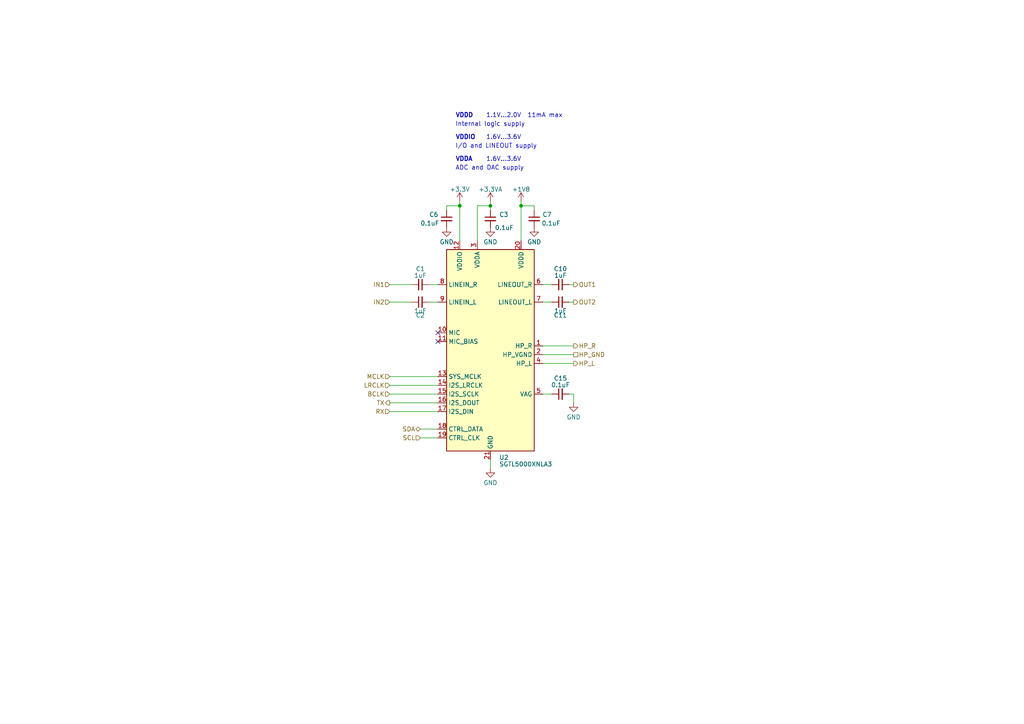
<source format=kicad_sch>
(kicad_sch (version 20231120) (generator "eeschema") (generator_version "8.0")
  (paper "A4")
  (title_block (title "Codec 1"))
  (lib_symbols
    (symbol "Audio:SGTL5000XNLA3"
      (property "Reference" "U3" (at 2.54 -34.909 0))
      (property "Value" "SGTL5000XNLA3" (at 2.54 -36.83 0))
      (symbol "SGTL5000XNLA3_0_1"
        (rectangle (start -12.7 25.4) (end 12.7 -33.02) (stroke (width 0.254)) (fill (type background)))
      )
      (symbol "SGTL5000XNLA3_1_1"
        (pin output line (at 15.24 -2.54 180) (length 2.54) (name "HP_R") (number "1"))
        (pin input line (at -15.24 1.27 0) (length 2.54) (name "MIC") (number "10"))
        (pin input line (at -15.24 -1.27 0) (length 2.54) (name "MIC_BIAS") (number "11"))
        (pin power_in line (at -8.89 27.94 270) (length 2.54) (name "VDDIO") (number "12"))
        (pin input line (at -15.24 -11.43 0) (length 2.54) (name "SYS_MCLK") (number "13"))
        (pin input line (at -15.24 -13.97 0) (length 2.54) (name "I2S_LRCLK") (number "14"))
        (pin input line (at -15.24 -16.51 0) (length 2.54) (name "I2S_SCLK") (number "15"))
        (pin output line (at -15.24 -19.05 0) (length 2.54) (name "I2S_DOUT") (number "16"))
        (pin input line (at -15.24 -21.59 0) (length 2.54) (name "I2S_DIN") (number "17"))
        (pin input line (at -15.24 -26.67 0) (length 2.54) (name "CTRL_DATA") (number "18"))
        (pin input line (at -15.24 -29.21 0) (length 2.54) (name "CTRL_CLK") (number "19"))
        (pin power_out line (at 15.24 -5.08 180) (length 2.54) (name "HP_VGND") (number "2"))
        (pin power_in line (at 8.89 27.94 270) (length 2.54) (name "VDDD") (number "20"))
        (pin power_in line (at 0 -35.56 90) (length 2.54) (name "GND") (number "21"))
        (pin power_in line (at -3.81 27.94 270) (length 2.54) (name "VDDA") (number "3"))
        (pin output line (at 15.24 -7.62 180) (length 2.54) (name "HP_L") (number "4"))
        (pin passive line (at 15.24 -16.51 180) (length 2.54) (name "VAG") (number "5"))
        (pin output line (at 15.24 15.24 180) (length 2.54) (name "LINEOUT_R") (number "6"))
        (pin output line (at 15.24 10.16 180) (length 2.54) (name "LINEOUT_L") (number "7"))
        (pin input line (at -15.24 15.24 0) (length 2.54) (name "LINEIN_R") (number "8"))
        (pin input line (at -15.24 10.16 0) (length 2.54) (name "LINEIN_L") (number "9"))
      )
    )
    (symbol "Device:C_Small" (pin_numbers hide) (pin_names (offset 0.254) hide)
      (property "Reference" "C" (at 0.254 1.778 0))
      (property "Value" "C_Small" (at 0.254 -2.032 0))
      (symbol "C_Small_0_1"
        (polyline (pts (xy -1.524 -0.508) (xy 1.524 -0.508)) (stroke (width 0.3302)))
        (polyline (pts (xy -1.524 0.508) (xy 1.524 0.508)) (stroke (width 0.3048)))
      )
      (symbol "C_Small_1_1"
        (pin passive line (at 0 2.54 270) (length 2.032) (name "~") (number "1"))
        (pin passive line (at 0 -2.54 90) (length 2.032) (name "~") (number "2"))
      )
    )
    (symbol "power:+1V8" (power) (pin_names (offset 0))
      (property "Value" "+1V8" (at 0 3.556 0))
      (symbol "+1V8_0_1"
        (polyline (pts (xy -0.762 1.27) (xy 0 2.54)))
        (polyline (pts (xy 0 0) (xy 0 2.54)))
        (polyline (pts (xy 0 2.54) (xy 0.762 1.27)))
      )
      (symbol "+1V8_1_1"
        (pin power_in line (at 0 0 90) (length 0) hide (name "+1V8") (number "1"))
      )
    )
    (symbol "power:+3.3V" (power) (pin_names (offset 0))
      (property "Value" "+3.3V" (at 0 3.556 0))
      (symbol "+3.3V_0_1"
        (polyline (pts (xy -0.762 1.27) (xy 0 2.54)))
        (polyline (pts (xy 0 0) (xy 0 2.54)))
        (polyline (pts (xy 0 2.54) (xy 0.762 1.27)))
      )
      (symbol "+3.3V_1_1"
        (pin power_in line (at 0 0 90) (length 0) hide (name "+3.3V") (number "1"))
      )
    )
    (symbol "power:+3.3VA" (power) (pin_names (offset 0))
      (property "Value" "+3.3VA" (at 0 3.556 0))
      (symbol "+3.3VA_0_1"
        (polyline (pts (xy -0.762 1.27) (xy 0 2.54)))
        (polyline (pts (xy 0 0) (xy 0 2.54)))
        (polyline (pts (xy 0 2.54) (xy 0.762 1.27)))
      )
      (symbol "+3.3VA_1_1"
        (pin power_in line (at 0 0 90) (length 0) hide (name "+3.3VA") (number "1"))
      )
    )
    (symbol "power:GND" (power) (pin_names (offset 0))
      (property "Value" "GND" (at 0 -3.81 0))
      (symbol "GND_0_1"
        (polyline (pts (xy 0 0) (xy 0 -1.27) (xy 1.27 -1.27) (xy 0 -2.54) (xy -1.27 -1.27) (xy 0 -1.27)))
      )
      (symbol "GND_1_1"
        (pin power_in line (at 0 0 270) (length 0) hide (name "GND") (number "1"))
      )
    )
  )
  (junction (at 133.35 59.69))
  (junction (at 151.13 59.69))
  (junction (at 142.24 59.69))
  (no_connect (at 127 96.52))
  (no_connect (at 127 99.06))
  (wire (pts (xy 157.48 82.55) (xy 160.02 82.55)))
  (wire (pts (xy 113.03 114.3) (xy 127 114.3)))
  (wire (pts (xy 165.1 87.63) (xy 166.37 87.63)))
  (wire (pts (xy 157.48 100.33) (xy 166.37 100.33)))
  (wire (pts (xy 133.35 58.42) (xy 133.35 59.69)))
  (wire (pts (xy 129.54 59.69) (xy 129.54 60.96)))
  (wire (pts (xy 113.03 111.76) (xy 127 111.76)))
  (wire (pts (xy 165.1 82.55) (xy 166.37 82.55)))
  (wire (pts (xy 124.46 87.63) (xy 127 87.63)))
  (wire (pts (xy 121.92 127) (xy 127 127)))
  (wire (pts (xy 142.24 59.69) (xy 138.43 59.69)))
  (wire (pts (xy 113.03 109.22) (xy 127 109.22)))
  (wire (pts (xy 133.35 59.69) (xy 129.54 59.69)))
  (wire (pts (xy 142.24 59.69) (xy 142.24 60.96)))
  (wire (pts (xy 151.13 58.42) (xy 151.13 59.69)))
  (wire (pts (xy 113.03 87.63) (xy 119.38 87.63)))
  (wire (pts (xy 113.03 82.55) (xy 119.38 82.55)))
  (wire (pts (xy 133.35 69.85) (xy 133.35 59.69)))
  (wire (pts (xy 113.03 116.84) (xy 127 116.84)))
  (wire (pts (xy 142.24 133.35) (xy 142.24 135.89)))
  (wire (pts (xy 113.03 119.38) (xy 127 119.38)))
  (wire (pts (xy 121.92 124.46) (xy 127 124.46)))
  (wire (pts (xy 151.13 59.69) (xy 151.13 69.85)))
  (wire (pts (xy 157.48 105.41) (xy 166.37 105.41)))
  (wire (pts (xy 138.43 59.69) (xy 138.43 69.85)))
  (wire (pts (xy 157.48 102.87) (xy 166.37 102.87)))
  (wire (pts (xy 142.24 58.42) (xy 142.24 59.69)))
  (wire (pts (xy 154.94 60.96) (xy 154.94 59.69)))
  (wire (pts (xy 166.37 114.3) (xy 166.37 116.84)))
  (wire (pts (xy 157.48 87.63) (xy 160.02 87.63)))
  (wire (pts (xy 151.13 59.69) (xy 154.94 59.69)))
  (wire (pts (xy 166.37 114.3) (xy 165.1 114.3)))
  (wire (pts (xy 157.48 114.3) (xy 160.02 114.3)))
  (wire (pts (xy 124.46 82.55) (xy 127 82.55)))
  (text "VDDD" (at 132.08 34.29 0) (effects (font (size 1.27 1.27) (thickness 0.254) (bold yes)) (justify left bottom)))
  (text "ADC and DAC supply" (at 132.08 49.53 0) (effects (font (size 1.27 1.27)) (justify left bottom)))
  (text "VDDA" (at 132.08 46.99 0) (effects (font (size 1.27 1.27) (bold yes)) (justify left bottom)))
  (text "1.6V...3.6V" (at 140.97 40.64 0) (effects (font (size 1.27 1.27)) (justify left bottom)))
  (text "Internal logic supply" (at 132.08 36.83 0) (effects (font (size 1.27 1.27)) (justify left bottom)))
  (text "1.6V...3.6V" (at 140.97 46.99 0) (effects (font (size 1.27 1.27)) (justify left bottom)))
  (text "1.1V...2.0V  11mA max" (at 140.97 34.29 0) (effects (font (size 1.27 1.27)) (justify left bottom)))
  (text "I/O and LINEOUT supply" (at 132.08 43.18 0) (effects (font (size 1.27 1.27)) (justify left bottom)))
  (text "VDDIO" (at 132.08 40.64 0) (effects (font (size 1.27 1.27) (thickness 0.254) (bold yes)) (justify left bottom)))
  (hierarchical_label "OUT1" (shape output) (at 166.37 82.55 0))
  (hierarchical_label "HP_R" (shape output) (at 166.37 100.33 0))
  (hierarchical_label "HP_L" (shape output) (at 166.37 105.41 0))
  (hierarchical_label "IN2" (shape input) (at 113.03 87.63 180))
  (hierarchical_label "BCLK" (shape input) (at 113.03 114.3 180))
  (hierarchical_label "SDA" (shape bidirectional) (at 121.92 124.46 180))
  (hierarchical_label "TX" (shape output) (at 113.03 116.84 180))
  (hierarchical_label "IN1" (shape input) (at 113.03 82.55 180))
  (hierarchical_label "HP_GND" (shape passive) (at 166.37 102.87 0))
  (hierarchical_label "LRCLK" (shape input) (at 113.03 111.76 180))
  (hierarchical_label "RX" (shape input) (at 113.03 119.38 180))
  (hierarchical_label "OUT2" (shape output) (at 166.37 87.63 0))
  (hierarchical_label "MCLK" (shape input) (at 113.03 109.22 180))
  (hierarchical_label "SCL" (shape input) (at 121.92 127 180))
  (symbol (lib_id "power:GND") (at 166.37 116.84 0) (unit 1)
    (property "Reference" "#PWR020" (effects (hide yes)))
    (property "Value" "GND" (at 166.37 120.9755 0))
    (instances (project "audio_board" (path "" (reference "#PWR020") (unit 1)) (path "" (reference "#PWR064") (unit 1))))
  )
  (symbol (lib_id "power:GND") (at 142.24 66.04 0) (unit 1)
    (property "Reference" "#PWR075" (effects (hide yes)))
    (property "Value" "GND" (at 142.24 70.1755 0))
    (instances (project "audio_board" (path "" (reference "#PWR075") (unit 1)) (path "" (reference "#PWR076") (unit 1))))
  )
  (symbol (lib_id "Device:C_Small") (at 162.56 82.55 270) (mirror x) (unit 1)
    (property "Reference" "C10" (at 162.5537 77.978 90))
    (property "Value" "1uF" (at 162.5537 79.899 90))
    (property "Footprint" "Capacitor_SMD:C_0603_1608Metric_Pad1.08x0.95mm_HandSolder" (effects (hide yes)))
    (property "Part" "C 1μF 16V 0603" (effects (hide yes)))
    (instances (project "audio_board" (path "" (reference "C10") (unit 1)) (path "" (reference "C32") (unit 1))))
  )
  (symbol (lib_id "power:GND") (at 142.24 135.89 0) (unit 1)
    (property "Reference" "#PWR05" (effects (hide yes)))
    (property "Value" "GND" (at 142.24 140.0255 0))
    (instances (project "audio_board" (path "" (reference "#PWR05") (unit 1)) (path "" (reference "#PWR055") (unit 1))))
  )
  (symbol (lib_id "Device:C_Small") (at 162.56 87.63 90) (unit 1)
    (property "Reference" "C11" (at 162.56 91.44 90))
    (property "Value" "1uF" (at 162.56 90.17 90))
    (property "Footprint" "Capacitor_SMD:C_0603_1608Metric_Pad1.08x0.95mm_HandSolder" (effects (hide yes)))
    (property "Part" "C 1μF 16V 0603" (effects (hide yes)))
    (instances (project "audio_board" (path "" (reference "C11") (unit 1)) (path "" (reference "C33") (unit 1))))
  )
  (symbol (lib_id "power:GND") (at 129.54 66.04 0) (unit 1)
    (property "Reference" "#PWR01" (effects (hide yes)))
    (property "Value" "GND" (at 129.54 70.1755 0))
    (instances (project "audio_board" (path "" (reference "#PWR01") (unit 1)) (path "" (reference "#PWR053") (unit 1))))
  )
  (symbol (lib_id "Device:C_Small") (at 154.94 63.5 0) (mirror y) (unit 1)
    (property "Reference" "C7" (at 160.02 62.23 0) (effects (justify left)))
    (property "Value" "0.1uF" (at 162.56 64.77 0) (effects (justify left)))
    (property "Footprint" "Capacitor_SMD:C_0603_1608Metric_Pad1.08x0.95mm_HandSolder" (effects (hide yes)))
    (property "LCSC" "C14663" (effects (hide yes)))
    (property "Part" "C 100nF 16V 0603" (effects (hide yes)))
    (instances (project "audio_board" (path "" (reference "C7") (unit 1)) (path "" (reference "C31") (unit 1))))
  )
  (symbol (lib_id "power:+3.3VA") (at 142.24 58.42 0) (unit 1)
    (property "Reference" "#PWR074" (effects (hide yes)))
    (property "Value" "+3.3VA" (at 142.24 54.9181 0))
    (instances (project "audio_board" (path "" (reference "#PWR074") (unit 1)) (path "" (reference "#PWR073") (unit 1))))
  )
  (symbol (lib_id "Device:C_Small") (at 142.24 63.5 0) (unit 1)
    (property "Reference" "C3" (at 144.78 62.23 0) (effects (justify left)))
    (property "Value" "0.1uF" (at 143.51 66.04 0) (effects (justify left)))
    (property "Footprint" "Capacitor_SMD:C_0603_1608Metric_Pad1.08x0.95mm_HandSolder" (effects (hide yes)))
    (property "LCSC" "C14663" (effects (hide yes)))
    (property "Part" "C 100nF 16V 0603" (effects (hide yes)))
    (instances (project "audio_board" (path "" (reference "C3") (unit 1)) (path "" (reference "C4") (unit 1))))
  )
  (symbol (lib_id "power:+3.3V") (at 133.35 58.42 0) (unit 1)
    (property "Reference" "#PWR02" (effects (hide yes)))
    (property "Value" "+3.3V" (at 133.35 54.9181 0))
    (instances (project "audio_board" (path "" (reference "#PWR02") (unit 1)) (path "" (reference "#PWR054") (unit 1))))
  )
  (symbol (lib_id "power:+1V8") (at 151.13 58.42 0) (unit 1)
    (property "Reference" "#PWR06" (effects (hide yes)))
    (property "Value" "+1V8" (at 151.13 54.9181 0))
    (instances (project "audio_board" (path "" (reference "#PWR06") (unit 1)) (path "" (reference "#PWR056") (unit 1))))
  )
  (symbol (lib_id "Device:C_Small") (at 121.92 82.55 270) (mirror x) (unit 1)
    (property "Reference" "C1" (at 121.9137 77.978 90))
    (property "Value" "1uF" (at 121.9137 79.899 90))
    (property "Footprint" "Capacitor_SMD:C_0603_1608Metric_Pad1.08x0.95mm_HandSolder" (effects (hide yes)))
    (property "Part" "C 1μF 16V 0603" (effects (hide yes)))
    (instances (project "audio_board" (path "" (reference "C1") (unit 1)) (path "" (reference "C26") (unit 1))))
  )
  (symbol (lib_id "Device:C_Small") (at 129.54 63.5 0) (unit 1)
    (property "Reference" "C6" (at 124.46 62.23 0) (effects (justify left)))
    (property "Value" "0.1uF" (at 121.92 64.77 0) (effects (justify left)))
    (property "Footprint" "Capacitor_SMD:C_0603_1608Metric_Pad1.08x0.95mm_HandSolder" (effects (hide yes)))
    (property "LCSC" "C14663" (effects (hide yes)))
    (property "Part" "C 100nF 16V 0603" (effects (hide yes)))
    (instances (project "audio_board" (path "" (reference "C6") (unit 1)) (path "" (reference "C30") (unit 1))))
  )
  (symbol (lib_id "Audio:SGTL5000XNLA3") (at 142.24 97.79 0) (unit 1)
    (property "Reference" "U2" (at 144.78 132.699 0) (effects (justify left)))
    (property "Value" "SGTL5000XNLA3" (at 144.78 134.62 0) (effects (justify left)))
    (property "Footprint" "Package_DFN_QFN:QFN-20-1EP_3x3mm_P0.4mm_EP1.65x1.65mm" (effects (hide yes)))
    (property "Datasheet" "https://www.nxp.com/docs/en/data-sheet/SGTL5000.pdf" (effects (hide yes)))
    (property "LCSC" "C2651833" (effects (hide yes)))
    (property "Part" "SGTL5000XNLA3R2 " (effects (hide yes)))
    (property "Shop" "https://eu.mouser.com/ProductDetail/NXP-Semiconductors/SGTL5000XNLA3R2?qs=g5o6z0NmdpRyTqz1GkwAeA%3D%3D" (effects (hide yes)))
    (instances (project "audio_board" (path "" (reference "U2") (unit 1)) (path "" (reference "U9") (unit 1))))
  )
  (symbol (lib_id "power:GND") (at 154.94 66.04 0) (unit 1)
    (property "Reference" "#PWR014" (effects (hide yes)))
    (property "Value" "GND" (at 154.94 70.1755 0))
    (instances (project "audio_board" (path "" (reference "#PWR014") (unit 1)) (path "" (reference "#PWR063") (unit 1))))
  )
  (symbol (lib_id "Device:C_Small") (at 162.56 114.3 90) (unit 1)
    (property "Reference" "C15" (at 162.5663 109.728 90))
    (property "Value" "0.1uF" (at 162.5663 111.649 90))
    (property "Footprint" "Capacitor_SMD:C_0603_1608Metric_Pad1.08x0.95mm_HandSolder" (effects (hide yes)))
    (property "LCSC" "C14663" (effects (hide yes)))
    (property "Part" "C 100nF 16V 0603" (effects (hide yes)))
    (instances (project "audio_board" (path "" (reference "C15") (unit 1)) (path "" (reference "C34") (unit 1))))
  )
  (symbol (lib_id "Device:C_Small") (at 121.92 87.63 90) (unit 1)
    (property "Reference" "C2" (at 121.92 91.44 90))
    (property "Value" "1uF" (at 121.92 90.17 90))
    (property "Footprint" "Capacitor_SMD:C_0603_1608Metric_Pad1.08x0.95mm_HandSolder" (effects (hide yes)))
    (property "Part" "C 1μF 16V 0603" (effects (hide yes)))
    (instances (project "audio_board" (path "" (reference "C2") (unit 1)) (path "" (reference "C27") (unit 1))))
  )
)
</source>
